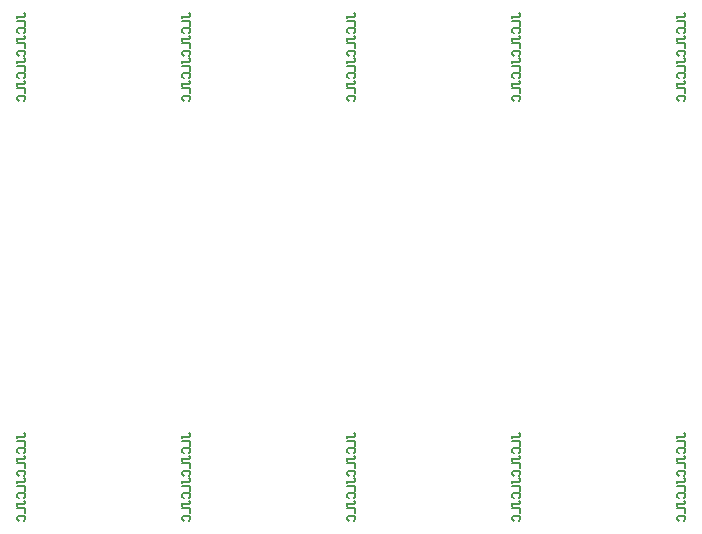
<source format=gbr>
%TF.GenerationSoftware,Altium Limited,Altium Designer,21.6.4 (81)*%
G04 Layer_Color=32896*
%FSLAX26Y26*%
%MOIN*%
%TF.SameCoordinates,5FA90F47-3B47-4036-B415-51D33840892C*%
%TF.FilePolarity,Positive*%
%TF.FileFunction,Legend,Bot*%
%TF.Part,CustomerPanel*%
G01*
G75*
%TA.AperFunction,NonConductor*%
%ADD16C,0.005000*%
D16*
X1341669Y1159214D02*
X1337504Y1163379D01*
Y1171710D01*
X1341669Y1175875D01*
X1358331D01*
X1362496Y1171710D01*
Y1163379D01*
X1358331Y1159214D01*
X1362496Y1184206D02*
Y1200867D01*
X1337504D01*
Y1209198D02*
Y1217528D01*
Y1213363D01*
X1358331D01*
X1362496Y1217528D01*
Y1221694D01*
X1358331Y1225859D01*
Y1234190D02*
X1362496Y1238355D01*
Y1246686D01*
X1358331Y1250851D01*
X1341669D01*
X1337504Y1246686D01*
Y1238355D01*
X1341669Y1234190D01*
X1337504Y1275843D02*
X1362496D01*
Y1259181D01*
X1358331Y1288339D02*
X1362496Y1292504D01*
Y1296669D01*
X1358331Y1300835D01*
Y1309165D02*
X1362496Y1313331D01*
Y1321661D01*
X1358331Y1325827D01*
X1341669D01*
X1337504Y1321661D01*
Y1313331D01*
X1341669Y1309165D01*
X1337504Y1350819D02*
X1362496D01*
Y1334157D01*
X1358331Y1363314D02*
X1362496Y1367480D01*
Y1371645D01*
X1358331Y1375810D01*
Y1384141D02*
X1362496Y1388306D01*
Y1396637D01*
X1358331Y1400802D01*
X1341669D01*
X1337504Y1396637D01*
Y1388306D01*
X1341669Y1384141D01*
X1337504Y1367480D02*
Y1363314D01*
X1358331D01*
X1337504Y1359149D02*
Y1367480D01*
Y1292504D02*
Y1288339D01*
X1358331D01*
X1337504Y1284173D02*
Y1292504D01*
Y1425794D02*
X1362496D01*
Y1409133D01*
X1358331Y1438290D02*
X1362496Y1442456D01*
Y1446621D01*
X1358331Y1450786D01*
Y1438290D02*
X1337504D01*
Y1442456D01*
Y1434125D01*
X1887504Y1171710D02*
X1891669Y1175875D01*
X1908331D01*
X1912496Y1171710D01*
Y1163379D01*
X1908331Y1159214D01*
X1912496Y1184206D02*
Y1200867D01*
X1887504D01*
Y1209198D02*
Y1217528D01*
Y1213363D01*
X1908331D01*
X1912496Y1217528D01*
Y1221694D01*
X1908331Y1225859D01*
Y1234190D02*
X1912496Y1238355D01*
Y1246686D01*
X1908331Y1250851D01*
X1891669D01*
X1887504Y1246686D01*
Y1238355D01*
X1891669Y1234190D01*
X1887504Y1275843D02*
X1912496D01*
Y1259181D01*
X1908331Y1288339D02*
X1912496Y1292504D01*
Y1296669D01*
X1908331Y1300835D01*
Y1309165D02*
X1912496Y1313331D01*
Y1321661D01*
X1908331Y1325827D01*
X1891669D01*
X1887504Y1321661D01*
Y1313331D01*
X1891669Y1309165D01*
X1887504Y1350819D02*
X1912496D01*
Y1334157D01*
X1908331Y1363314D02*
X1912496Y1367480D01*
Y1371645D01*
X1908331Y1375810D01*
Y1384141D02*
X1912496Y1388306D01*
Y1396637D01*
X1908331Y1400802D01*
X1891669D01*
X1887504Y1396637D01*
Y1388306D01*
X1891669Y1384141D01*
X1887504Y1367480D02*
Y1363314D01*
X1908331D01*
Y1288339D02*
X1887504D01*
Y1292504D01*
Y1284173D01*
Y1171710D02*
Y1163379D01*
X1891669Y1159214D01*
X1887504Y1359149D02*
Y1367480D01*
X1912496Y1409133D02*
Y1425794D01*
X1887504D01*
Y1434125D02*
Y1442456D01*
Y1438290D01*
X1908331D01*
X1912496Y1442456D01*
Y1446621D01*
X1908331Y1450786D01*
X2437504Y1171710D02*
X2441669Y1175875D01*
X2458331D01*
X2462496Y1171710D01*
Y1163379D01*
X2458331Y1159214D01*
X2441669D02*
X2437504Y1163379D01*
Y1171710D01*
X2462496Y1184206D02*
Y1200867D01*
X2437504D01*
Y1209198D02*
Y1217528D01*
Y1213363D01*
X2458331D01*
X2462496Y1217528D01*
Y1221694D01*
X2458331Y1225859D01*
Y1234190D02*
X2462496Y1238355D01*
Y1246686D01*
X2458331Y1250851D01*
X2441669D01*
X2437504Y1246686D01*
Y1238355D01*
X2441669Y1234190D01*
X2437504Y1275843D02*
X2462496D01*
Y1259181D01*
X2458331Y1288339D02*
X2462496Y1292504D01*
Y1296669D01*
X2458331Y1300835D01*
Y1309165D02*
X2462496Y1313331D01*
Y1321661D01*
X2458331Y1325827D01*
X2441669D01*
X2437504Y1321661D01*
Y1313331D01*
X2441669Y1309165D01*
X2437504Y1350819D02*
X2462496D01*
Y1334157D01*
X2458331Y1363314D02*
X2462496Y1367480D01*
Y1371645D01*
X2458331Y1375810D01*
Y1384141D02*
X2462496Y1388306D01*
Y1396637D01*
X2458331Y1400802D01*
X2441669D01*
X2437504Y1396637D01*
Y1388306D01*
X2441669Y1384141D01*
X2437504Y1367480D02*
Y1363314D01*
X2458331D01*
X2437504Y1359149D02*
Y1367480D01*
Y1292504D02*
Y1288339D01*
X2458331D01*
X2437504Y1284173D02*
Y1292504D01*
Y1425794D02*
X2462496D01*
Y1409133D01*
X2458331Y1438290D02*
X2462496Y1442456D01*
Y1446621D01*
X2458331Y1450786D01*
Y1438290D02*
X2437504D01*
Y1442456D01*
Y1434125D01*
X2987504Y1171710D02*
X2991669Y1175875D01*
X3008331D01*
X3012496Y1171710D01*
Y1163379D01*
X3008331Y1159214D01*
X3012496Y1184206D02*
Y1200867D01*
X2987504D01*
Y1209198D02*
Y1217528D01*
Y1213363D01*
X3008331D01*
X3012496Y1217528D01*
Y1221694D01*
X3008331Y1225859D01*
Y1234190D02*
X3012496Y1238355D01*
Y1246686D01*
X3008331Y1250851D01*
X2991669D01*
X2987504Y1246686D01*
Y1238355D01*
X2991669Y1234190D01*
X2987504Y1275843D02*
X3012496D01*
Y1259181D01*
X3008331Y1288339D02*
X3012496Y1292504D01*
Y1296669D01*
X3008331Y1300835D01*
Y1309165D02*
X3012496Y1313331D01*
Y1321661D01*
X3008331Y1325827D01*
X2991669D01*
X2987504Y1321661D01*
Y1313331D01*
X2991669Y1309165D01*
X2987504Y1350819D02*
X3012496D01*
Y1334157D01*
X3008331Y1363314D02*
X3012496Y1367480D01*
Y1371645D01*
X3008331Y1375810D01*
Y1384141D02*
X3012496Y1388306D01*
Y1396637D01*
X3008331Y1400802D01*
X2991669D01*
X2987504Y1396637D01*
Y1388306D01*
X2991669Y1384141D01*
X2987504Y1367480D02*
Y1363314D01*
X3008331D01*
Y1288339D02*
X2987504D01*
Y1292504D01*
Y1284173D01*
Y1171710D02*
Y1163379D01*
X2991669Y1159214D01*
X2987504Y1359149D02*
Y1367480D01*
X3012496Y1409133D02*
Y1425794D01*
X2987504D01*
Y1434125D02*
Y1442456D01*
Y1438290D01*
X3008331D01*
X3012496Y1442456D01*
Y1446621D01*
X3008331Y1450786D01*
X3537504Y1171710D02*
X3541669Y1175875D01*
X3558331D01*
X3562496Y1171710D01*
Y1163379D01*
X3558331Y1159214D01*
X3541669D02*
X3537504Y1163379D01*
Y1171710D01*
X3562496Y1184206D02*
Y1200867D01*
X3537504D01*
Y1209198D02*
Y1217528D01*
Y1213363D01*
X3558331D01*
X3562496Y1217528D01*
Y1221694D01*
X3558331Y1225859D01*
Y1234190D02*
X3562496Y1238355D01*
Y1246686D01*
X3558331Y1250851D01*
X3541669D01*
X3537504Y1246686D01*
Y1238355D01*
X3541669Y1234190D01*
X3537504Y1275843D02*
X3562496D01*
Y1259181D01*
X3558331Y1288339D02*
X3562496Y1292504D01*
Y1296669D01*
X3558331Y1300835D01*
Y1309165D02*
X3562496Y1313331D01*
Y1321661D01*
X3558331Y1325827D01*
X3541669D01*
X3537504Y1321661D01*
Y1313331D01*
X3541669Y1309165D01*
X3537504Y1350819D02*
X3562496D01*
Y1334157D01*
X3558331Y1363314D02*
X3562496Y1367480D01*
Y1371645D01*
X3558331Y1375810D01*
Y1384141D02*
X3562496Y1388306D01*
Y1396637D01*
X3558331Y1400802D01*
X3541669D01*
X3537504Y1396637D01*
Y1388306D01*
X3541669Y1384141D01*
X3537504Y1367480D02*
Y1363314D01*
X3558331D01*
X3537504Y1359149D02*
Y1367480D01*
Y1292504D02*
Y1288339D01*
X3558331D01*
X3537504Y1284173D02*
Y1292504D01*
Y1425794D02*
X3562496D01*
Y1409133D01*
X3558331Y1438290D02*
X3562496Y1442456D01*
Y1446621D01*
X3558331Y1450786D01*
Y1438290D02*
X3537504D01*
Y1442456D01*
Y1434125D01*
X3541669Y2559214D02*
X3537504Y2563379D01*
Y2571710D01*
X3541669Y2575875D01*
X3558331D01*
X3562496Y2571710D01*
Y2563379D01*
X3558331Y2559214D01*
X3562496Y2584206D02*
Y2600867D01*
X3537504D01*
Y2609198D02*
Y2617528D01*
Y2613363D01*
X3558331D01*
X3562496Y2617528D01*
Y2621694D01*
X3558331Y2625859D01*
Y2634190D02*
X3562496Y2638355D01*
Y2646686D01*
X3558331Y2650851D01*
X3541669D01*
X3537504Y2646686D01*
Y2638355D01*
X3541669Y2634190D01*
X3537504Y2675843D02*
X3562496D01*
Y2659182D01*
X3558331Y2688339D02*
X3562496Y2692504D01*
Y2696669D01*
X3558331Y2700835D01*
Y2709165D02*
X3562496Y2713331D01*
Y2721661D01*
X3558331Y2725827D01*
X3541669D01*
X3537504Y2721661D01*
Y2713331D01*
X3541669Y2709165D01*
X3537504Y2750818D02*
X3562496D01*
Y2734157D01*
X3558331Y2763314D02*
X3562496Y2767480D01*
Y2771645D01*
X3558331Y2775810D01*
Y2784141D02*
X3562496Y2788306D01*
Y2796637D01*
X3558331Y2800802D01*
X3541669D01*
X3537504Y2796637D01*
Y2788306D01*
X3541669Y2784141D01*
X3537504Y2767480D02*
Y2763314D01*
X3558331D01*
X3537504Y2759149D02*
Y2767480D01*
Y2692504D02*
Y2688339D01*
X3558331D01*
X3537504Y2684173D02*
Y2692504D01*
Y2825794D02*
X3562496D01*
Y2809133D01*
X3558331Y2838290D02*
X3562496Y2842456D01*
Y2846621D01*
X3558331Y2850786D01*
Y2838290D02*
X3537504D01*
Y2842456D01*
Y2834125D01*
X3008331Y2838290D02*
X3012496Y2842456D01*
Y2846621D01*
X3008331Y2850786D01*
Y2838290D02*
X2987504D01*
Y2842456D01*
Y2834125D01*
Y2825794D02*
X3012496D01*
Y2809133D01*
X3008331Y2800802D02*
X3012496Y2796637D01*
Y2788306D01*
X3008331Y2784141D01*
Y2775810D02*
X3012496Y2771645D01*
Y2767480D01*
X3008331Y2763314D01*
X2987504D01*
Y2767480D01*
Y2759149D01*
Y2750818D02*
X3012496D01*
Y2734157D01*
X3008331Y2725827D02*
X3012496Y2721661D01*
Y2713331D01*
X3008331Y2709165D01*
Y2700835D02*
X3012496Y2696669D01*
Y2692504D01*
X3008331Y2688339D01*
X2987504D01*
Y2692504D01*
Y2684173D01*
Y2675843D02*
X3012496D01*
Y2659182D01*
X3008331Y2650851D02*
X3012496Y2646686D01*
Y2638355D01*
X3008331Y2634190D01*
Y2625859D02*
X3012496Y2621694D01*
Y2617528D01*
X3008331Y2613363D01*
X2987504D01*
Y2617528D01*
Y2609198D01*
Y2600867D02*
X3012496D01*
Y2584206D01*
X3008331Y2575875D02*
X3012496Y2571710D01*
Y2563379D01*
X3008331Y2559214D01*
Y2575875D02*
X2991669D01*
X2987504Y2571710D01*
Y2563379D01*
X2991669Y2559214D01*
X3008331Y2650851D02*
X2991669D01*
X2987504Y2646686D01*
Y2638355D01*
X2991669Y2634190D01*
X3008331Y2725827D02*
X2991669D01*
X2987504Y2721661D01*
Y2713331D01*
X2991669Y2709165D01*
Y2784141D02*
X2987504Y2788306D01*
Y2796637D01*
X2991669Y2800802D01*
X3008331D01*
X2458331D02*
X2462496Y2796637D01*
Y2788306D01*
X2458331Y2784141D01*
Y2775810D02*
X2462496Y2771645D01*
Y2767480D01*
X2458331Y2763314D01*
X2437504D01*
Y2767480D01*
Y2759149D01*
Y2750818D02*
X2462496D01*
Y2734157D01*
X2458331Y2725827D02*
X2462496Y2721661D01*
Y2713331D01*
X2458331Y2709165D01*
Y2700835D02*
X2462496Y2696669D01*
Y2692504D01*
X2458331Y2688339D01*
X2437504D01*
Y2692504D01*
Y2684173D01*
Y2675843D02*
X2462496D01*
Y2659182D01*
X2458331Y2650851D02*
X2462496Y2646686D01*
Y2638355D01*
X2458331Y2634190D01*
Y2625859D02*
X2462496Y2621694D01*
Y2617528D01*
X2458331Y2613363D01*
X2437504D01*
Y2617528D01*
Y2609198D01*
Y2600867D02*
X2462496D01*
Y2584206D01*
X2458331Y2575875D02*
X2462496Y2571710D01*
Y2563379D01*
X2458331Y2559214D01*
X2441669D02*
X2437504Y2563379D01*
Y2571710D01*
X2441669Y2575875D01*
X2458331D01*
X2441669Y2634190D02*
X2437504Y2638355D01*
Y2646686D01*
X2441669Y2650851D01*
X2458331D01*
X2441669Y2709165D02*
X2437504Y2713331D01*
Y2721661D01*
X2441669Y2725827D01*
X2458331D01*
X2441669Y2784141D02*
X2437504Y2788306D01*
Y2796637D01*
X2441669Y2800802D01*
X2458331D01*
X2462496Y2809133D02*
Y2825794D01*
X2437504D01*
Y2834125D02*
Y2842456D01*
Y2838290D01*
X2458331D01*
X2462496Y2842456D01*
Y2846621D01*
X2458331Y2850786D01*
X1912496Y2846621D02*
X1908331Y2850786D01*
X1912496Y2846621D02*
Y2842456D01*
X1908331Y2838290D01*
X1887504D01*
Y2842456D01*
Y2834125D01*
Y2825794D02*
X1912496D01*
Y2809133D01*
X1908331Y2800802D02*
X1912496Y2796637D01*
Y2788306D01*
X1908331Y2784141D01*
Y2775810D02*
X1912496Y2771645D01*
Y2767480D01*
X1908331Y2763314D01*
X1887504D01*
Y2767480D01*
Y2759149D01*
Y2750818D02*
X1912496D01*
Y2734157D01*
X1908331Y2725827D02*
X1912496Y2721661D01*
Y2713331D01*
X1908331Y2709165D01*
Y2700835D02*
X1912496Y2696669D01*
Y2692504D01*
X1908331Y2688339D01*
X1887504D01*
Y2692504D01*
Y2684173D01*
Y2675843D02*
X1912496D01*
Y2659182D01*
X1908331Y2650851D02*
X1912496Y2646686D01*
Y2638355D01*
X1908331Y2634190D01*
Y2625859D02*
X1912496Y2621694D01*
Y2617528D01*
X1908331Y2613363D01*
X1887504D01*
Y2617528D01*
Y2609198D01*
Y2600867D02*
X1912496D01*
Y2584206D01*
X1908331Y2575875D02*
X1912496Y2571710D01*
Y2563379D01*
X1908331Y2559214D01*
Y2575875D02*
X1891669D01*
X1887504Y2571710D01*
Y2563379D01*
X1891669Y2559214D01*
X1908331Y2650851D02*
X1891669D01*
X1887504Y2646686D01*
Y2638355D01*
X1891669Y2634190D01*
X1908331Y2725827D02*
X1891669D01*
X1887504Y2721661D01*
Y2713331D01*
X1891669Y2709165D01*
Y2784141D02*
X1887504Y2788306D01*
Y2796637D01*
X1891669Y2800802D01*
X1908331D01*
X1358331D02*
X1362496Y2796637D01*
Y2788306D01*
X1358331Y2784141D01*
Y2775810D02*
X1362496Y2771645D01*
Y2767480D01*
X1358331Y2763314D01*
X1337504D01*
Y2767480D01*
Y2759149D01*
Y2750818D02*
X1362496D01*
Y2734157D01*
X1358331Y2725827D02*
X1362496Y2721661D01*
Y2713331D01*
X1358331Y2709165D01*
Y2700835D02*
X1362496Y2696669D01*
Y2692504D01*
X1358331Y2688339D01*
X1337504D01*
Y2692504D01*
Y2684173D01*
Y2675843D02*
X1362496D01*
Y2659182D01*
X1358331Y2650851D02*
X1362496Y2646686D01*
Y2638355D01*
X1358331Y2634190D01*
Y2625859D02*
X1362496Y2621694D01*
Y2617528D01*
X1358331Y2613363D01*
X1337504D01*
Y2617528D01*
Y2609198D01*
Y2600867D02*
X1362496D01*
Y2584206D01*
X1358331Y2575875D02*
X1362496Y2571710D01*
Y2563379D01*
X1358331Y2559214D01*
X1341669D02*
X1337504Y2563379D01*
Y2571710D01*
X1341669Y2575875D01*
X1358331D01*
X1341669Y2634190D02*
X1337504Y2638355D01*
Y2646686D01*
X1341669Y2650851D01*
X1358331D01*
X1341669Y2709165D02*
X1337504Y2713331D01*
Y2721661D01*
X1341669Y2725827D01*
X1358331D01*
X1341669Y2784141D02*
X1337504Y2788306D01*
Y2796637D01*
X1341669Y2800802D01*
X1358331D01*
X1362496Y2809133D02*
Y2825794D01*
X1337504D01*
Y2834125D02*
Y2842456D01*
Y2838290D01*
X1358331D01*
X1362496Y2842456D01*
Y2846621D01*
X1358331Y2850786D01*
%TF.MD5,71f4638cf37ef2917e2cec6e9bcb88b3*%
M02*

</source>
